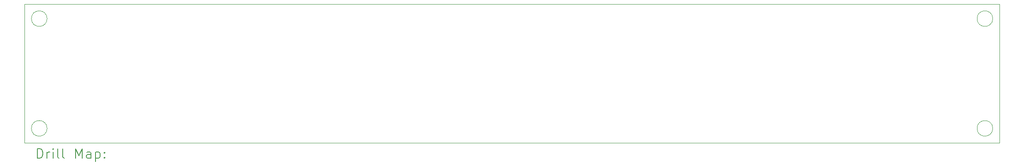
<source format=gbr>
%TF.GenerationSoftware,KiCad,Pcbnew,8.0.5*%
%TF.CreationDate,2024-09-09T18:49:08+02:00*%
%TF.ProjectId,info_orbs,696e666f-5f6f-4726-9273-2e6b69636164,rev?*%
%TF.SameCoordinates,Original*%
%TF.FileFunction,Drillmap*%
%TF.FilePolarity,Positive*%
%FSLAX45Y45*%
G04 Gerber Fmt 4.5, Leading zero omitted, Abs format (unit mm)*
G04 Created by KiCad (PCBNEW 8.0.5) date 2024-09-09 18:49:08*
%MOMM*%
%LPD*%
G01*
G04 APERTURE LIST*
%ADD10C,0.100000*%
%ADD11C,0.050000*%
%ADD12C,0.200000*%
G04 APERTURE END LIST*
D10*
X3829600Y-8550000D02*
G75*
G02*
X3509600Y-8550000I-160000J0D01*
G01*
X3509600Y-8550000D02*
G75*
G02*
X3829600Y-8550000I160000J0D01*
G01*
X23111400Y-6300000D02*
G75*
G02*
X22791400Y-6300000I-160000J0D01*
G01*
X22791400Y-6300000D02*
G75*
G02*
X23111400Y-6300000I160000J0D01*
G01*
X3829600Y-6300000D02*
G75*
G02*
X3509600Y-6300000I-160000J0D01*
G01*
X3509600Y-6300000D02*
G75*
G02*
X3829600Y-6300000I160000J0D01*
G01*
X23111400Y-8550000D02*
G75*
G02*
X22791400Y-8550000I-160000J0D01*
G01*
X22791400Y-8550000D02*
G75*
G02*
X23111400Y-8550000I160000J0D01*
G01*
D11*
X3369600Y-6000000D02*
X23251400Y-6000000D01*
X23251400Y-8850000D01*
X3369600Y-8850000D01*
X3369600Y-6000000D01*
D12*
X3627877Y-9163984D02*
X3627877Y-8963984D01*
X3627877Y-8963984D02*
X3675496Y-8963984D01*
X3675496Y-8963984D02*
X3704067Y-8973508D01*
X3704067Y-8973508D02*
X3723115Y-8992555D01*
X3723115Y-8992555D02*
X3732639Y-9011603D01*
X3732639Y-9011603D02*
X3742162Y-9049698D01*
X3742162Y-9049698D02*
X3742162Y-9078270D01*
X3742162Y-9078270D02*
X3732639Y-9116365D01*
X3732639Y-9116365D02*
X3723115Y-9135412D01*
X3723115Y-9135412D02*
X3704067Y-9154460D01*
X3704067Y-9154460D02*
X3675496Y-9163984D01*
X3675496Y-9163984D02*
X3627877Y-9163984D01*
X3827877Y-9163984D02*
X3827877Y-9030650D01*
X3827877Y-9068746D02*
X3837401Y-9049698D01*
X3837401Y-9049698D02*
X3846924Y-9040174D01*
X3846924Y-9040174D02*
X3865972Y-9030650D01*
X3865972Y-9030650D02*
X3885020Y-9030650D01*
X3951686Y-9163984D02*
X3951686Y-9030650D01*
X3951686Y-8963984D02*
X3942162Y-8973508D01*
X3942162Y-8973508D02*
X3951686Y-8983031D01*
X3951686Y-8983031D02*
X3961210Y-8973508D01*
X3961210Y-8973508D02*
X3951686Y-8963984D01*
X3951686Y-8963984D02*
X3951686Y-8983031D01*
X4075496Y-9163984D02*
X4056448Y-9154460D01*
X4056448Y-9154460D02*
X4046924Y-9135412D01*
X4046924Y-9135412D02*
X4046924Y-8963984D01*
X4180258Y-9163984D02*
X4161210Y-9154460D01*
X4161210Y-9154460D02*
X4151686Y-9135412D01*
X4151686Y-9135412D02*
X4151686Y-8963984D01*
X4408829Y-9163984D02*
X4408829Y-8963984D01*
X4408829Y-8963984D02*
X4475496Y-9106841D01*
X4475496Y-9106841D02*
X4542163Y-8963984D01*
X4542163Y-8963984D02*
X4542163Y-9163984D01*
X4723115Y-9163984D02*
X4723115Y-9059222D01*
X4723115Y-9059222D02*
X4713591Y-9040174D01*
X4713591Y-9040174D02*
X4694544Y-9030650D01*
X4694544Y-9030650D02*
X4656448Y-9030650D01*
X4656448Y-9030650D02*
X4637401Y-9040174D01*
X4723115Y-9154460D02*
X4704067Y-9163984D01*
X4704067Y-9163984D02*
X4656448Y-9163984D01*
X4656448Y-9163984D02*
X4637401Y-9154460D01*
X4637401Y-9154460D02*
X4627877Y-9135412D01*
X4627877Y-9135412D02*
X4627877Y-9116365D01*
X4627877Y-9116365D02*
X4637401Y-9097317D01*
X4637401Y-9097317D02*
X4656448Y-9087793D01*
X4656448Y-9087793D02*
X4704067Y-9087793D01*
X4704067Y-9087793D02*
X4723115Y-9078270D01*
X4818353Y-9030650D02*
X4818353Y-9230650D01*
X4818353Y-9040174D02*
X4837401Y-9030650D01*
X4837401Y-9030650D02*
X4875496Y-9030650D01*
X4875496Y-9030650D02*
X4894544Y-9040174D01*
X4894544Y-9040174D02*
X4904067Y-9049698D01*
X4904067Y-9049698D02*
X4913591Y-9068746D01*
X4913591Y-9068746D02*
X4913591Y-9125889D01*
X4913591Y-9125889D02*
X4904067Y-9144936D01*
X4904067Y-9144936D02*
X4894544Y-9154460D01*
X4894544Y-9154460D02*
X4875496Y-9163984D01*
X4875496Y-9163984D02*
X4837401Y-9163984D01*
X4837401Y-9163984D02*
X4818353Y-9154460D01*
X4999305Y-9144936D02*
X5008829Y-9154460D01*
X5008829Y-9154460D02*
X4999305Y-9163984D01*
X4999305Y-9163984D02*
X4989782Y-9154460D01*
X4989782Y-9154460D02*
X4999305Y-9144936D01*
X4999305Y-9144936D02*
X4999305Y-9163984D01*
X4999305Y-9040174D02*
X5008829Y-9049698D01*
X5008829Y-9049698D02*
X4999305Y-9059222D01*
X4999305Y-9059222D02*
X4989782Y-9049698D01*
X4989782Y-9049698D02*
X4999305Y-9040174D01*
X4999305Y-9040174D02*
X4999305Y-9059222D01*
M02*

</source>
